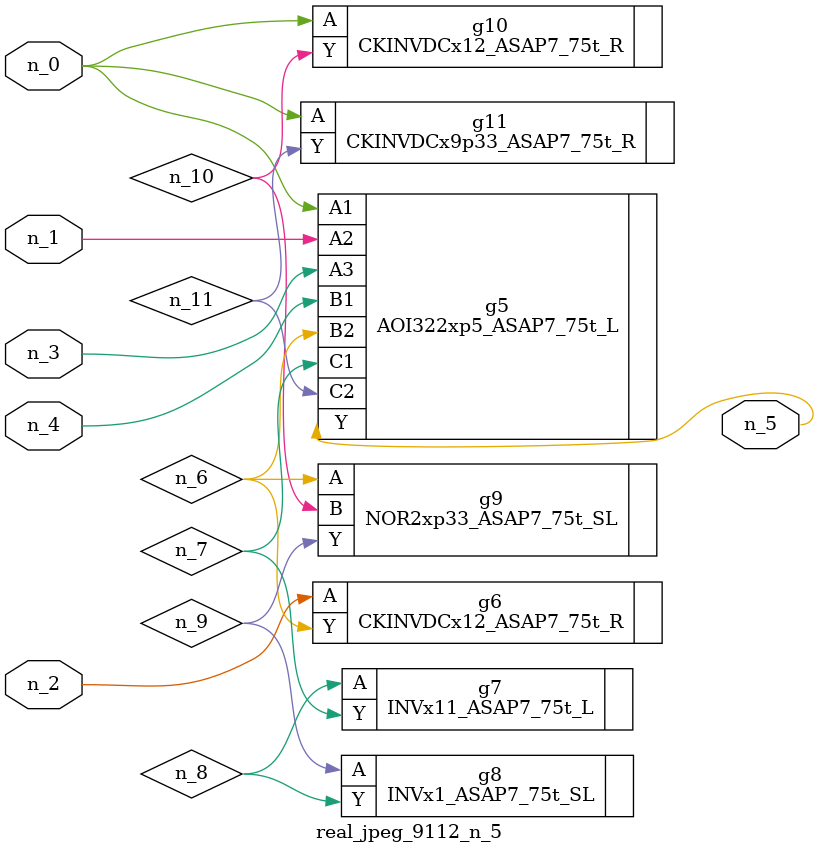
<source format=v>
module real_jpeg_9112_n_5 (n_4, n_0, n_1, n_2, n_3, n_5);

input n_4;
input n_0;
input n_1;
input n_2;
input n_3;

output n_5;

wire n_8;
wire n_11;
wire n_6;
wire n_7;
wire n_10;
wire n_9;

AOI322xp5_ASAP7_75t_L g5 ( 
.A1(n_0),
.A2(n_1),
.A3(n_3),
.B1(n_4),
.B2(n_6),
.C1(n_7),
.C2(n_11),
.Y(n_5)
);

CKINVDCx12_ASAP7_75t_R g10 ( 
.A(n_0),
.Y(n_10)
);

CKINVDCx9p33_ASAP7_75t_R g11 ( 
.A(n_0),
.Y(n_11)
);

CKINVDCx12_ASAP7_75t_R g6 ( 
.A(n_2),
.Y(n_6)
);

NOR2xp33_ASAP7_75t_SL g9 ( 
.A(n_6),
.B(n_10),
.Y(n_9)
);

INVx11_ASAP7_75t_L g7 ( 
.A(n_8),
.Y(n_7)
);

INVx1_ASAP7_75t_SL g8 ( 
.A(n_9),
.Y(n_8)
);


endmodule
</source>
